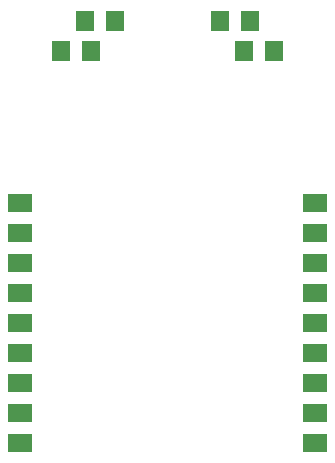
<source format=gbp>
G04*
G04 #@! TF.GenerationSoftware,Altium Limited,Altium Designer,20.0.1 (14)*
G04*
G04 Layer_Color=128*
%FSLAX44Y44*%
%MOMM*%
G71*
G01*
G75*
%ADD97R,1.5000X1.8000*%
%ADD98R,2.0000X1.5000*%
D97*
X132500Y549000D02*
D03*
X112500Y524000D02*
D03*
X267100D02*
D03*
X292500D02*
D03*
X137900D02*
D03*
X157900Y549000D02*
D03*
X272500D02*
D03*
X247100D02*
D03*
D98*
X77500Y217200D02*
D03*
Y395000D02*
D03*
Y369600D02*
D03*
Y344200D02*
D03*
Y318800D02*
D03*
Y293400D02*
D03*
Y268000D02*
D03*
Y242600D02*
D03*
Y191800D02*
D03*
X327500Y395000D02*
D03*
Y369600D02*
D03*
Y344200D02*
D03*
Y318800D02*
D03*
Y293400D02*
D03*
Y268000D02*
D03*
Y242600D02*
D03*
Y217200D02*
D03*
Y191800D02*
D03*
M02*

</source>
